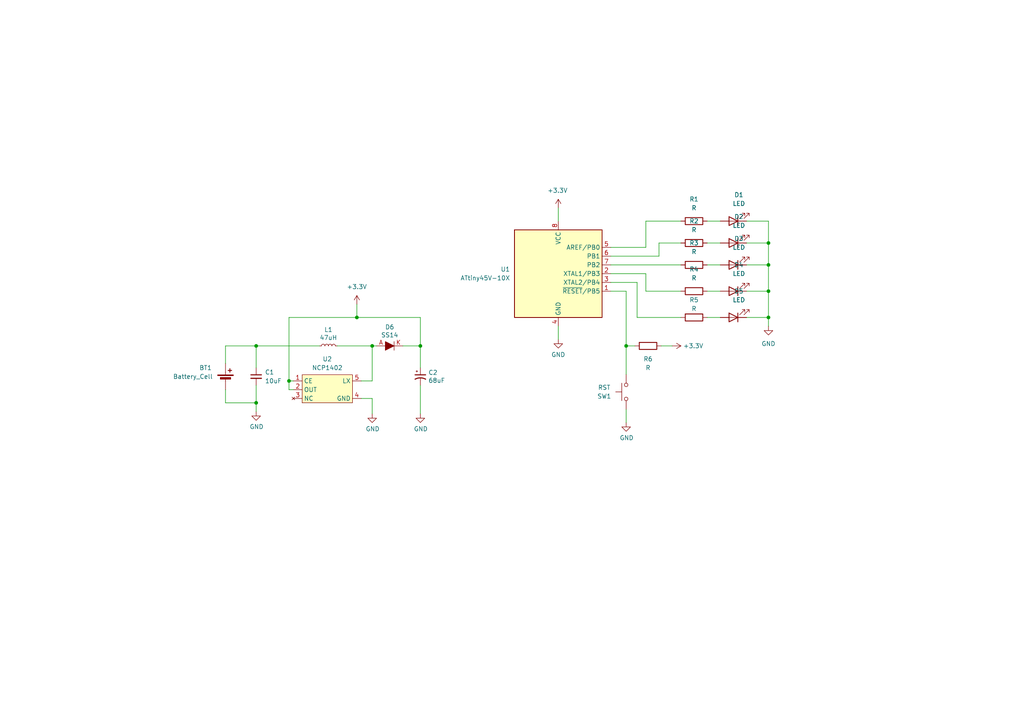
<source format=kicad_sch>
(kicad_sch (version 20230121) (generator eeschema)
  (paper "A4")
  (lib_symbols
    (symbol "Device:Battery_Cell" (pin_numbers hide) (pin_names (offset 0) hide)
      (property "Reference" "BT" (at 2.54 2.54 0))
      (property "Value" "Battery_Cell" (at 2.54 0 0))
      (symbol "Battery_Cell_0_1"
        (rectangle (start -2.286 1.778) (end 2.286 1.524) (fill (type outline)))
        (rectangle (start -1.524 1.016) (end 1.524 0.508) (fill (type outline)))
        (polyline (pts (xy 0 0.762) (xy 0 0)))
        (polyline (pts (xy 0 1.778) (xy 0 2.54)))
        (polyline (pts (xy 0.762 3.048) (xy 1.778 3.048)) (stroke (width 0.254)))
        (polyline (pts (xy 1.27 3.556) (xy 1.27 2.54)) (stroke (width 0.254)))
      )
      (symbol "Battery_Cell_1_1"
        (pin passive line (at 0 5.08 270) (length 2.54) (name "+") (number "1"))
        (pin passive line (at 0 -2.54 90) (length 2.54) (name "-") (number "2"))
      )
    )
    (symbol "Device:C_Small" (pin_numbers hide) (pin_names (offset 0.254) hide)
      (property "Reference" "C" (at 0.254 1.778 0))
      (property "Value" "C_Small" (at 0.254 -2.032 0))
      (symbol "C_Small_0_1"
        (polyline (pts (xy -1.524 -0.508) (xy 1.524 -0.508)) (stroke (width 0.3302)))
        (polyline (pts (xy -1.524 0.508) (xy 1.524 0.508)) (stroke (width 0.3048)))
      )
      (symbol "C_Small_1_1"
        (pin passive line (at 0 2.54 270) (length 2.032) (name "~") (number "1"))
        (pin passive line (at 0 -2.54 90) (length 2.032) (name "~") (number "2"))
      )
    )
    (symbol "Device:LED" (pin_numbers hide) (pin_names (offset 1.016) hide)
      (property "Reference" "D" (at 0 2.54 0))
      (property "Value" "LED" (at 0 -2.54 0))
      (symbol "LED_0_1"
        (polyline (pts (xy -1.27 -1.27) (xy -1.27 1.27)) (stroke (width 0.254)))
        (polyline (pts (xy -1.27 0) (xy 1.27 0)))
        (polyline (pts (xy 1.27 -1.27) (xy 1.27 1.27) (xy -1.27 0) (xy 1.27 -1.27)) (stroke (width 0.254)))
        (polyline (pts (xy -3.048 -0.762) (xy -4.572 -2.286) (xy -3.81 -2.286) (xy -4.572 -2.286) (xy -4.572 -1.524)))
        (polyline (pts (xy -1.778 -0.762) (xy -3.302 -2.286) (xy -2.54 -2.286) (xy -3.302 -2.286) (xy -3.302 -1.524)))
      )
      (symbol "LED_1_1"
        (pin passive line (at -3.81 0 0) (length 2.54) (name "K") (number "1"))
        (pin passive line (at 3.81 0 180) (length 2.54) (name "A") (number "2"))
      )
    )
    (symbol "Device:L_Small" (pin_numbers hide) (pin_names (offset 0.254) hide)
      (property "Reference" "L" (at 0.762 1.016 0))
      (property "Value" "L_Small" (at 0.762 -1.016 0))
      (symbol "L_Small_0_1"
        (arc (start 0 -2.032) (mid 0.5058 -1.524) (end 0 -1.016))
        (arc (start 0 -1.016) (mid 0.5058 -0.508) (end 0 0))
        (arc (start 0 0) (mid 0.5058 0.508) (end 0 1.016))
        (arc (start 0 1.016) (mid 0.5058 1.524) (end 0 2.032))
      )
      (symbol "L_Small_1_1"
        (pin passive line (at 0 2.54 270) (length 0.508) (name "~") (number "1"))
        (pin passive line (at 0 -2.54 90) (length 0.508) (name "~") (number "2"))
      )
    )
    (symbol "Device:R" (pin_numbers hide) (pin_names (offset 0))
      (property "Reference" "R" (at 2.032 0 90))
      (property "Value" "R" (at 0 0 90))
      (symbol "R_0_1"
        (rectangle (start -1.016 -2.54) (end 1.016 2.54) (stroke (width 0.254)))
      )
      (symbol "R_1_1"
        (pin passive line (at 0 3.81 270) (length 1.27) (name "~") (number "1"))
        (pin passive line (at 0 -3.81 90) (length 1.27) (name "~") (number "2"))
      )
    )
    (symbol "MCU_Microchip_ATtiny:ATtiny45V-10X"
      (property "Reference" "U" (at -12.7 13.97 0))
      (property "Value" "ATtiny45V-10X" (at 2.54 -13.97 0))
      (symbol "ATtiny45V-10X_0_1"
        (rectangle (start -12.7 -12.7) (end 12.7 12.7) (stroke (width 0.254)) (fill (type background)))
      )
      (symbol "ATtiny45V-10X_1_1"
        (pin bidirectional line (at 15.24 -5.08 180) (length 2.54) (name "~{RESET}/PB5") (number "1"))
        (pin bidirectional line (at 15.24 0 180) (length 2.54) (name "XTAL1/PB3") (number "2"))
        (pin bidirectional line (at 15.24 -2.54 180) (length 2.54) (name "XTAL2/PB4") (number "3"))
        (pin power_in line (at 0 -15.24 90) (length 2.54) (name "GND") (number "4"))
        (pin bidirectional line (at 15.24 7.62 180) (length 2.54) (name "AREF/PB0") (number "5"))
        (pin bidirectional line (at 15.24 5.08 180) (length 2.54) (name "PB1") (number "6"))
        (pin bidirectional line (at 15.24 2.54 180) (length 2.54) (name "PB2") (number "7"))
        (pin power_in line (at 0 15.24 270) (length 2.54) (name "VCC") (number "8"))
      )
    )
    (symbol "Switch:SW_Push" (pin_numbers hide) (pin_names (offset 1.016) hide)
      (property "Reference" "SW" (at 1.27 2.54 0))
      (property "Value" "SW_Push" (at 0 -1.524 0))
      (symbol "SW_Push_0_1"
        (circle (center -2.032 0) (radius 0.508))
        (polyline (pts (xy 0 1.27) (xy 0 3.048)))
        (polyline (pts (xy 2.54 1.27) (xy -2.54 1.27)))
        (circle (center 2.032 0) (radius 0.508))
        (pin passive line (at -5.08 0 0) (length 2.54) (name "1") (number "1"))
        (pin passive line (at 5.08 0 180) (length 2.54) (name "2") (number "2"))
      )
    )
    (symbol "components:NCP1402"
      (property "Reference" "U" (at -0.254 7.874 0))
      (property "Value" "NCP1402" (at -0.254 5.588 0))
      (symbol "NCP1402_1_1"
        (rectangle (start -7.62 4.318) (end 6.985 -3.81) (fill (type background)))
        (pin input line (at -10.16 2.54 0) (length 2.54) (name "CE") (number "1"))
        (pin power_out line (at -10.16 0 0) (length 2.54) (name "OUT") (number "2"))
        (pin no_connect line (at -10.16 -2.54 0) (length 2.54) (name "NC") (number "3"))
        (pin power_out line (at 9.525 -2.54 180) (length 2.54) (name "GND") (number "4"))
        (pin input line (at 9.525 2.54 180) (length 2.54) (name "LX") (number "5"))
      )
    )
    (symbol "dk_Diodes-Rectifiers-Single:SS14" (pin_names (offset 1.016))
      (property "Reference" "D" (at 1.27 2.54 0))
      (property "Value" "SS14" (at 1.27 -2.54 0))
      (symbol "SS14_0_1"
        (polyline (pts (xy 0 0) (xy 2.54 0)))
        (polyline (pts (xy 0 1.27) (xy 0 -1.27)))
        (polyline (pts (xy 2.54 1.27) (xy 2.54 -1.27) (xy 0 0) (xy 2.54 1.27)) (fill (type outline)))
      )
      (symbol "SS14_1_1"
        (pin passive line (at 5.08 0 180) (length 2.54) (name "~") (number "A"))
        (pin passive line (at -2.54 0 0) (length 2.54) (name "~") (number "K"))
      )
    )
    (symbol "ncp1402-module-rescue:CP1_Small-Device" (pin_numbers hide) (pin_names (offset 0.254) hide)
      (property "Reference" "C" (at 0.254 1.778 0))
      (property "Value" "Device_CP1_Small" (at 0.254 -2.032 0))
      (symbol "CP1_Small-Device_0_1"
        (polyline (pts (xy -1.524 0.508) (xy 1.524 0.508)) (stroke (width 0.3048)))
        (polyline (pts (xy -1.27 1.524) (xy -0.762 1.524)))
        (polyline (pts (xy -1.016 1.27) (xy -1.016 1.778)))
        (arc (start 1.524 -0.762) (mid 0 -0.3734) (end -1.524 -0.762) (stroke (width 0.3048)))
      )
      (symbol "CP1_Small-Device_1_1"
        (pin passive line (at 0 2.54 270) (length 2.032) (name "~") (number "1"))
        (pin passive line (at 0 -2.54 90) (length 2.032) (name "~") (number "2"))
      )
    )
    (symbol "power:+3.3V" (power) (pin_names (offset 0))
      (property "Value" "+3.3V" (at 0 3.556 0))
      (symbol "+3.3V_0_1"
        (polyline (pts (xy -0.762 1.27) (xy 0 2.54)))
        (polyline (pts (xy 0 0) (xy 0 2.54)))
        (polyline (pts (xy 0 2.54) (xy 0.762 1.27)))
      )
      (symbol "+3.3V_1_1"
        (pin power_in line (at 0 0 90) (length 0) hide (name "+3.3V") (number "1"))
      )
    )
    (symbol "power:GND" (power) (pin_names (offset 0))
      (property "Value" "GND" (at 0 -3.81 0))
      (symbol "GND_0_1"
        (polyline (pts (xy 0 0) (xy 0 -1.27) (xy 1.27 -1.27) (xy 0 -2.54) (xy -1.27 -1.27) (xy 0 -1.27)))
      )
      (symbol "GND_1_1"
        (pin power_in line (at 0 0 270) (length 0) hide (name "GND") (number "1"))
      )
    )
  )
  (junction (at 222.885 70.485))
  (junction (at 222.885 84.455))
  (junction (at 74.295 100.33))
  (junction (at 222.885 92.075))
  (junction (at 83.82 110.49))
  (junction (at 74.295 116.84))
  (junction (at 181.61 100.33))
  (junction (at 121.92 100.33))
  (junction (at 222.885 76.835))
  (junction (at 107.95 100.33))
  (junction (at 103.505 92.075))
  (wire (pts (xy 107.95 100.33) (xy 109.22 100.33)))
  (wire (pts (xy 222.885 76.835) (xy 222.885 70.485)))
  (wire (pts (xy 121.92 111.76) (xy 121.92 120.015)))
  (wire (pts (xy 222.885 92.075) (xy 222.885 84.455)))
  (wire (pts (xy 187.325 64.135) (xy 197.485 64.135)))
  (wire (pts (xy 216.535 76.835) (xy 222.885 76.835)))
  (wire (pts (xy 205.105 84.455) (xy 208.915 84.455)))
  (wire (pts (xy 184.785 81.915) (xy 184.785 92.075)))
  (wire (pts (xy 121.92 106.68) (xy 121.92 100.33)))
  (wire (pts (xy 177.165 74.295) (xy 191.135 74.295)))
  (wire (pts (xy 216.535 92.075) (xy 222.885 92.075)))
  (wire (pts (xy 191.135 70.485) (xy 197.485 70.485)))
  (wire (pts (xy 104.775 110.49) (xy 107.95 110.49)))
  (wire (pts (xy 222.885 92.075) (xy 222.885 94.615)))
  (wire (pts (xy 205.105 64.135) (xy 208.915 64.135)))
  (wire (pts (xy 104.775 115.57) (xy 107.95 115.57)))
  (wire (pts (xy 216.535 70.485) (xy 222.885 70.485)))
  (wire (pts (xy 161.925 94.615) (xy 161.925 98.425)))
  (wire (pts (xy 116.84 100.33) (xy 121.92 100.33)))
  (wire (pts (xy 184.785 92.075) (xy 197.485 92.075)))
  (wire (pts (xy 181.61 122.555) (xy 181.61 118.745)))
  (wire (pts (xy 97.79 100.33) (xy 107.95 100.33)))
  (wire (pts (xy 191.135 74.295) (xy 191.135 70.485)))
  (wire (pts (xy 74.295 119.38) (xy 74.295 116.84)))
  (wire (pts (xy 103.505 88.265) (xy 103.505 92.075)))
  (wire (pts (xy 187.325 79.375) (xy 187.325 84.455)))
  (wire (pts (xy 83.82 110.49) (xy 83.82 113.03)))
  (wire (pts (xy 161.925 60.325) (xy 161.925 64.135)))
  (wire (pts (xy 222.885 84.455) (xy 222.885 76.835)))
  (wire (pts (xy 107.95 100.33) (xy 107.95 110.49)))
  (wire (pts (xy 177.165 76.835) (xy 197.485 76.835)))
  (wire (pts (xy 65.405 100.33) (xy 74.295 100.33)))
  (wire (pts (xy 177.165 84.455) (xy 181.61 84.455)))
  (wire (pts (xy 194.945 100.33) (xy 191.77 100.33)))
  (wire (pts (xy 83.82 113.03) (xy 85.09 113.03)))
  (wire (pts (xy 107.95 115.57) (xy 107.95 120.015)))
  (wire (pts (xy 177.165 71.755) (xy 187.325 71.755)))
  (wire (pts (xy 222.885 70.485) (xy 222.885 64.135)))
  (wire (pts (xy 181.61 84.455) (xy 181.61 100.33)))
  (wire (pts (xy 181.61 100.33) (xy 184.15 100.33)))
  (wire (pts (xy 187.325 71.755) (xy 187.325 64.135)))
  (wire (pts (xy 222.885 64.135) (xy 216.535 64.135)))
  (wire (pts (xy 103.505 92.075) (xy 121.92 92.075)))
  (wire (pts (xy 187.325 84.455) (xy 197.485 84.455)))
  (wire (pts (xy 205.105 70.485) (xy 208.915 70.485)))
  (wire (pts (xy 65.405 113.03) (xy 65.405 116.84)))
  (wire (pts (xy 83.82 92.075) (xy 103.505 92.075)))
  (wire (pts (xy 205.105 76.835) (xy 208.915 76.835)))
  (wire (pts (xy 121.92 92.075) (xy 121.92 100.33)))
  (wire (pts (xy 83.82 92.075) (xy 83.82 110.49)))
  (wire (pts (xy 65.405 116.84) (xy 74.295 116.84)))
  (wire (pts (xy 74.295 100.33) (xy 74.295 106.68)))
  (wire (pts (xy 177.165 79.375) (xy 187.325 79.375)))
  (wire (pts (xy 216.535 84.455) (xy 222.885 84.455)))
  (wire (pts (xy 205.105 92.075) (xy 208.915 92.075)))
  (wire (pts (xy 74.295 116.84) (xy 74.295 111.76)))
  (wire (pts (xy 92.71 100.33) (xy 74.295 100.33)))
  (wire (pts (xy 65.405 105.41) (xy 65.405 100.33)))
  (wire (pts (xy 177.165 81.915) (xy 184.785 81.915)))
  (wire (pts (xy 181.61 100.33) (xy 181.61 108.585)))
  (wire (pts (xy 83.82 110.49) (xy 85.09 110.49)))
  (symbol (lib_id "power:GND") (at 107.95 120.015 0) (unit 1)
    (property "Reference" "#PWR08" (effects hide))
    (property "Value" "GND" (at 108.077 124.4092 0))
  )
  (symbol (lib_id "dk_Diodes-Rectifiers-Single:SS14") (at 114.3 100.33 180) (unit 1)
    (property "Reference" "D6" (at 113.03 94.869 0))
    (property "Value" "SS14" (at 113.03 97.1804 0))
    (property "Footprint" "Diode_SMD:D_SMA" (effects hide))
    (property "Datasheet" "https://www.onsemi.com/pub/Collateral/SS19-D.PDF" (effects hide))
    (property "Digi-Key_PN" "SS14CT-ND" (effects hide))
    (property "MPN" "SS14" (effects hide))
    (property "Category" "Discrete Semiconductor Products" (effects hide))
    (property "Family" "Diodes - Rectifiers - Single" (effects hide))
    (property "DK_Datasheet_Link" "https://www.onsemi.com/pub/Collateral/SS19-D.PDF" (effects hide))
    (property "DK_Detail_Page" "/product-detail/en/on-semiconductor/SS14/SS14CT-ND/965729" (effects hide))
    (property "Description" "DIODE SCHOTTKY 40V 1A SMA" (effects hide))
    (property "Manufacturer" "ON Semiconductor" (effects hide))
    (property "Status" "Active" (effects hide))
  )
  (symbol (lib_id "Device:C_Small") (at 74.295 109.22 0) (unit 1)
    (property "Reference" "C1" (at 76.835 107.9563 0) (effects (justify left)))
    (property "Value" "10uF" (at 76.835 110.4963 0) (effects (justify left)))
    (property "Footprint" "Capacitor_SMD:C_0805_2012Metric" (effects hide))
  )
  (symbol (lib_id "ncp1402-module-rescue:CP1_Small-Device") (at 121.92 109.22 0) (unit 1)
    (property "Reference" "C2" (at 124.2314 108.0516 0) (effects (justify left)))
    (property "Value" "68uF" (at 124.2314 110.363 0) (effects (justify left)))
    (property "Footprint" "Capacitor_Tantalum_SMD:CP_EIA-7343-43_Kemet-X" (effects hide))
  )
  (symbol (lib_id "Device:R") (at 201.295 84.455 90) (unit 1)
    (property "Reference" "R4" (at 201.295 78.105 90))
    (property "Value" "R" (at 201.295 80.645 90))
  )
  (symbol (lib_id "Device:R") (at 201.295 64.135 90) (unit 1)
    (property "Reference" "R1" (at 201.295 57.785 90))
    (property "Value" "R" (at 201.295 60.325 90))
  )
  (symbol (lib_id "components:NCP1402") (at 95.25 113.03 0) (unit 1)
    (property "Reference" "U2" (at 94.9325 104.14 0))
    (property "Value" "NCP1402" (at 94.9325 106.68 0))
    (property "Footprint" "Package_TO_SOT_SMD:SOT-23-5" (effects hide))
    (property "Datasheet" "https://www.onsemi.com/pdf/datasheet/ncp1402-d.pdf" (effects hide))
  )
  (symbol (lib_id "Device:LED") (at 212.725 64.135 180) (unit 1)
    (property "Reference" "D1" (at 214.3125 56.515 0))
    (property "Value" "LED" (at 214.3125 59.055 0))
  )
  (symbol (lib_id "Device:LED") (at 212.725 76.835 180) (unit 1)
    (property "Reference" "D3" (at 214.3125 69.215 0))
    (property "Value" "LED" (at 214.3125 71.755 0))
  )
  (symbol (lib_id "power:GND") (at 161.925 98.425 0) (unit 1)
    (property "Reference" "#PWR03" (effects hide))
    (property "Value" "GND" (at 161.925 102.87 0))
  )
  (symbol (lib_id "Device:R") (at 201.295 92.075 90) (unit 1)
    (property "Reference" "R5" (at 201.295 86.995 90))
    (property "Value" "R" (at 201.295 89.535 90))
  )
  (symbol (lib_id "power:+3.3V") (at 103.505 88.265 0) (unit 1)
    (property "Reference" "#PWR06" (effects hide))
    (property "Value" "+3.3V" (at 103.505 83.185 0))
  )
  (symbol (lib_id "power:GND") (at 181.61 122.555 0) (unit 1)
    (property "Reference" "#PWR02" (effects hide))
    (property "Value" "GND" (at 179.705 127 0) (effects (justify left)))
  )
  (symbol (lib_id "Device:LED") (at 212.725 84.455 180) (unit 1)
    (property "Reference" "D4" (at 214.3125 76.835 0))
    (property "Value" "LED" (at 214.3125 79.375 0))
  )
  (symbol (lib_id "power:+3.3V") (at 194.945 100.33 270) (unit 1)
    (property "Reference" "#PWR04" (effects hide))
    (property "Value" "+3.3V" (at 198.12 100.33 90) (effects (justify left)))
  )
  (symbol (lib_id "power:GND") (at 74.295 119.38 0) (unit 1)
    (property "Reference" "#PWR07" (effects hide))
    (property "Value" "GND" (at 74.422 123.7742 0))
  )
  (symbol (lib_id "Device:R") (at 187.96 100.33 270) (unit 1)
    (property "Reference" "R6" (at 187.96 104.14 90))
    (property "Value" "R" (at 187.96 106.68 90))
  )
  (symbol (lib_id "Switch:SW_Push") (at 181.61 113.665 90) (unit 1)
    (property "Reference" "SW1" (at 175.26 114.935 90))
    (property "Value" "RST" (at 175.26 112.395 90))
  )
  (symbol (lib_id "Device:R") (at 201.295 70.485 90) (unit 1)
    (property "Reference" "R2" (at 201.295 64.135 90))
    (property "Value" "R" (at 201.295 66.675 90))
  )
  (symbol (lib_id "MCU_Microchip_ATtiny:ATtiny45V-10X") (at 161.925 79.375 0) (unit 1)
    (property "Reference" "U1" (at 147.955 78.105 0) (effects (justify right)))
    (property "Value" "ATtiny45V-10X" (at 147.955 80.645 0) (effects (justify right)))
    (property "Footprint" "Package_SO:TSSOP-8_4.4x3mm_P0.65mm" (effects hide))
    (property "Datasheet" "http://ww1.microchip.com/downloads/en/DeviceDoc/atmel-2586-avr-8-bit-microcontroller-attiny25-attiny45-attiny85_datasheet.pdf" (effects hide))
  )
  (symbol (lib_id "power:GND") (at 121.92 120.015 0) (unit 1)
    (property "Reference" "#PWR09" (effects hide))
    (property "Value" "GND" (at 122.047 124.4092 0))
  )
  (symbol (lib_id "power:+3.3V") (at 161.925 60.325 0) (unit 1)
    (property "Reference" "#PWR05" (effects hide))
    (property "Value" "+3.3V" (at 158.75 55.245 0) (effects (justify left)))
  )
  (symbol (lib_id "Device:R") (at 201.295 76.835 90) (unit 1)
    (property "Reference" "R3" (at 201.295 70.485 90))
    (property "Value" "R" (at 201.295 73.025 90))
  )
  (symbol (lib_id "power:GND") (at 222.885 94.615 0) (unit 1)
    (property "Reference" "#PWR01" (effects hide))
    (property "Value" "GND" (at 222.885 99.695 0))
  )
  (symbol (lib_id "Device:L_Small") (at 95.25 100.33 90) (unit 1)
    (property "Reference" "L1" (at 95.25 95.631 90))
    (property "Value" "47uH" (at 95.25 97.9424 90))
    (property "Footprint" "Inductor_SMD:L_Taiyo-Yuden_NR-60xx" (effects hide))
  )
  (symbol (lib_id "Device:LED") (at 212.725 70.485 180) (unit 1)
    (property "Reference" "D2" (at 214.3125 62.865 0))
    (property "Value" "LED" (at 214.3125 65.405 0))
  )
  (symbol (lib_id "Device:Battery_Cell") (at 65.405 110.49 0) (unit 1)
    (property "Reference" "BT1" (at 57.785 106.68 0) (effects (justify left)))
    (property "Value" "Battery_Cell" (at 50.165 109.22 0) (effects (justify left)))
    (property "Footprint" "Battery:BatteryHolder_Keystone_1060_1x2032" (effects hide))
  )
  (symbol (lib_id "Device:LED") (at 212.725 92.075 180) (unit 1)
    (property "Reference" "D5" (at 214.3125 84.455 0))
    (property "Value" "LED" (at 214.3125 86.995 0))
  )
)
</source>
